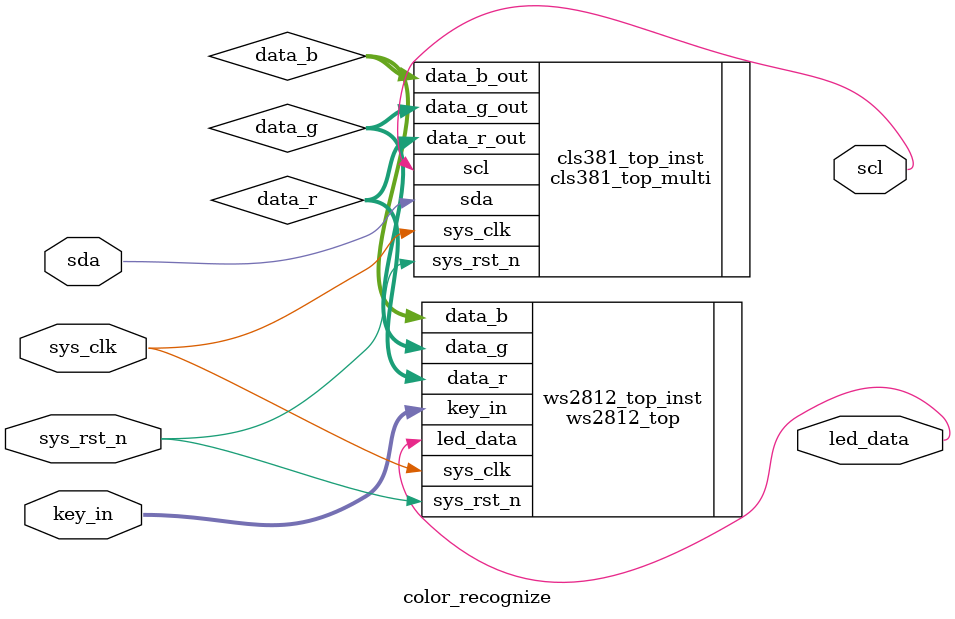
<source format=v>
module  color_recognize
(
	input	wire			sys_clk		,
	input	wire			sys_rst_n	,
	input	wire	[4:0]	key_in		,
	output	wire			scl			,
	output	wire			led_data	,
	
	inout	wire			sda	
);

wire	r_valid  ;
wire	g_valid  ;
wire	b_valid  ;
wire	[7:0]	data_r;
wire	[7:0]	data_g;
wire	[7:0]	data_b;

ws2812_top  ws2812_top_inst
(
	.sys_clk	(sys_clk	),
	.sys_rst_n	(sys_rst_n	),
	.key_in		(key_in		),
	.data_r		(data_r	)	,
	.data_g		(data_g	)	,
	.data_b		(data_b	)	,
	.led_data   (led_data    )
);

cls381_top_multi  cls381_top_inst
(
	.sys_clk	(sys_clk	)	,
	.sys_rst_n	(sys_rst_n	)	,
	.scl		(scl		)	,
	.data_r_out		(data_r	)	,
	.data_g_out		(data_g	)	,
	.data_b_out		(data_b	)	,
	.sda			(sda		)
);
endmodule

</source>
